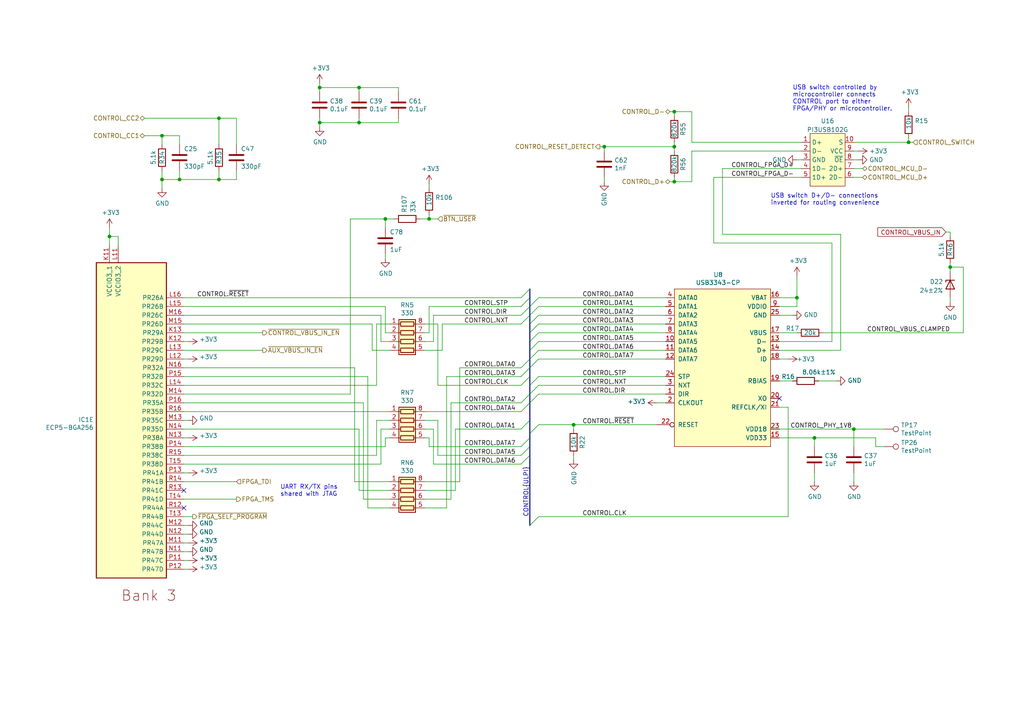
<source format=kicad_sch>
(kicad_sch (version 20211123) (generator eeschema)
  (paper "A4")
  (title_block (title "Cynthion") (date "${DATE}") (rev "${VERSION}") (company "Copyright 2019-2023 Great Scott Gadgets") (comment 1 "Licensed under the CERN-OHL-P v2"))
  (junction (at 52.07 52.07))
  (junction (at 63.5 34.29))
  (junction (at 104.14 25.4))
  (junction (at 124.46 63.5))
  (junction (at 195.58 52.705))
  (junction (at 231.14 86.36))
  (junction (at 111.76 63.5))
  (junction (at 31.75 68.58))
  (junction (at 46.99 52.07))
  (junction (at 166.37 123.19))
  (junction (at 195.58 42.545))
  (junction (at 92.71 25.4))
  (junction (at 104.14 35.56))
  (junction (at 263.525 41.275))
  (junction (at 236.22 127))
  (junction (at 92.71 35.56))
  (junction (at 175.26 42.545))
  (junction (at 247.65 124.46))
  (junction (at 195.58 32.385))
  (junction (at 63.5 52.07))
  (junction (at 46.99 39.37))
  (junction (at 275.59 77.47))
  (no_connect (at 53.34 142.24))
  (no_connect (at 226.06 115.57))
  (no_connect (at 53.34 147.32))
  (bus_entry (at 151.13 111.76) (size 2.54 -2.54))
  (bus_entry (at 156.21 114.3) (size -2.54 2.54))
  (bus_entry (at 156.21 86.36) (size -2.54 2.54))
  (bus_entry (at 151.13 106.68) (size 2.54 -2.54))
  (bus_entry (at 151.13 132.08) (size 2.54 -2.54))
  (bus_entry (at 153.67 152.4) (size 2.54 -2.54))
  (bus_entry (at 153.67 104.14) (size 2.54 -2.54))
  (bus_entry (at 153.67 111.76) (size 2.54 -2.54))
  (bus_entry (at 151.13 109.22) (size 2.54 -2.54))
  (bus_entry (at 153.67 106.68) (size 2.54 -2.54))
  (bus_entry (at 153.67 99.06) (size 2.54 -2.54))
  (bus_entry (at 151.13 91.44) (size 2.54 -2.54))
  (bus_entry (at 151.13 88.9) (size 2.54 -2.54))
  (bus_entry (at 153.67 96.52) (size 2.54 -2.54))
  (bus_entry (at 153.67 101.6) (size 2.54 -2.54))
  (bus_entry (at 153.67 93.98) (size 2.54 -2.54))
  (bus_entry (at 151.13 119.38) (size 2.54 -2.54))
  (bus_entry (at 153.67 83.82) (size -2.54 2.54))
  (bus_entry (at 153.67 125.73) (size 2.54 -2.54))
  (bus_entry (at 151.13 129.54) (size 2.54 -2.54))
  (bus_entry (at 151.13 116.84) (size 2.54 -2.54))
  (bus_entry (at 156.21 111.76) (size -2.54 2.54))
  (bus_entry (at 151.13 134.62) (size 2.54 -2.54))
  (bus_entry (at 151.13 93.98) (size 2.54 -2.54))
  (bus_entry (at 151.13 124.46) (size 2.54 -2.54))
  (bus_entry (at 153.67 91.44) (size 2.54 -2.54))
  (wire (pts (xy 104.14 35.56) (xy 92.71 35.56)))
  (wire (pts (xy 275.59 77.47) (xy 279.4 77.47)))
  (wire (pts (xy 207.01 70.485) (xy 207.01 51.435)))
  (wire (pts (xy 109.22 132.08) (xy 53.34 132.08)))
  (wire (pts (xy 129.54 109.22) (xy 129.54 147.32)))
  (wire (pts (xy 124.46 129.54) (xy 124.46 127)))
  (wire (pts (xy 229.87 110.49) (xy 226.06 110.49)))
  (wire (pts (xy 127 93.98) (xy 123.19 93.98)))
  (bus (pts (xy 153.67 111.76) (xy 153.67 114.3)))
  (wire (pts (xy 101.6 114.3) (xy 53.34 114.3)))
  (wire (pts (xy 111.76 127) (xy 113.03 127)))
  (wire (pts (xy 166.37 123.19) (xy 190.5 123.19)))
  (wire (pts (xy 166.37 132.08) (xy 166.37 133.35)))
  (wire (pts (xy 193.04 91.44) (xy 156.21 91.44)))
  (wire (pts (xy 132.08 124.46) (xy 132.08 142.24)))
  (wire (pts (xy 124.46 63.5) (xy 124.46 62.23)))
  (wire (pts (xy 195.58 32.385) (xy 194.31 32.385)))
  (wire (pts (xy 275.59 67.31) (xy 274.32 67.31)))
  (wire (pts (xy 195.58 33.655) (xy 195.58 32.385)))
  (bus (pts (xy 153.67 116.84) (xy 153.67 121.92)))
  (bus (pts (xy 153.67 93.98) (xy 153.67 96.52)))
  (wire (pts (xy 200.66 52.705) (xy 200.66 43.815)))
  (wire (pts (xy 121.92 63.5) (xy 124.46 63.5)))
  (wire (pts (xy 226.06 124.46) (xy 247.65 124.46)))
  (wire (pts (xy 111.76 129.54) (xy 53.34 129.54)))
  (wire (pts (xy 113.03 101.6) (xy 107.95 101.6)))
  (wire (pts (xy 151.13 116.84) (xy 130.81 116.84)))
  (wire (pts (xy 111.76 88.9) (xy 53.34 88.9)))
  (wire (pts (xy 195.58 51.435) (xy 195.58 52.705)))
  (wire (pts (xy 123.19 101.6) (xy 128.27 101.6)))
  (bus (pts (xy 153.67 132.08) (xy 153.67 152.4)))
  (wire (pts (xy 243.84 101.6) (xy 226.06 101.6)))
  (wire (pts (xy 102.87 139.7) (xy 102.87 106.68)))
  (wire (pts (xy 263.525 31.115) (xy 263.525 32.385)))
  (wire (pts (xy 231.14 86.36) (xy 231.14 80.01)))
  (wire (pts (xy 106.68 147.32) (xy 113.03 147.32)))
  (wire (pts (xy 53.34 104.14) (xy 54.61 104.14)))
  (wire (pts (xy 53.34 165.1) (xy 54.61 165.1)))
  (wire (pts (xy 133.35 106.68) (xy 133.35 139.7)))
  (wire (pts (xy 53.34 160.02) (xy 54.61 160.02)))
  (wire (pts (xy 53.34 121.92) (xy 54.61 121.92)))
  (bus (pts (xy 153.67 83.82) (xy 153.67 86.36)))
  (wire (pts (xy 263.525 41.275) (xy 247.65 41.275)))
  (wire (pts (xy 247.65 46.355) (xy 248.92 46.355)))
  (bus (pts (xy 153.67 129.54) (xy 153.67 132.08)))
  (wire (pts (xy 111.76 129.54) (xy 111.76 127)))
  (wire (pts (xy 193.04 93.98) (xy 156.21 93.98)))
  (wire (pts (xy 151.13 91.44) (xy 125.73 91.44)))
  (wire (pts (xy 92.71 25.4) (xy 104.14 25.4)))
  (wire (pts (xy 195.58 52.705) (xy 200.66 52.705)))
  (wire (pts (xy 130.81 144.78) (xy 123.19 144.78)))
  (wire (pts (xy 68.58 52.07) (xy 63.5 52.07)))
  (bus (pts (xy 153.67 88.9) (xy 153.67 91.44)))
  (wire (pts (xy 53.34 144.78) (xy 68.58 144.78)))
  (wire (pts (xy 92.71 25.4) (xy 92.71 26.67)))
  (wire (pts (xy 31.75 71.12) (xy 31.75 68.58)))
  (wire (pts (xy 195.58 42.545) (xy 175.26 42.545)))
  (wire (pts (xy 275.59 76.2) (xy 275.59 77.47)))
  (wire (pts (xy 46.99 41.91) (xy 46.99 39.37)))
  (bus (pts (xy 153.67 125.73) (xy 153.67 127)))
  (wire (pts (xy 127 111.76) (xy 127 93.98)))
  (wire (pts (xy 110.49 91.44) (xy 53.34 91.44)))
  (wire (pts (xy 104.14 34.29) (xy 104.14 35.56)))
  (wire (pts (xy 109.22 111.76) (xy 53.34 111.76)))
  (wire (pts (xy 231.14 96.52) (xy 226.06 96.52)))
  (wire (pts (xy 231.14 86.36) (xy 231.14 88.9)))
  (wire (pts (xy 151.13 124.46) (xy 132.08 124.46)))
  (wire (pts (xy 247.65 129.54) (xy 247.65 124.46)))
  (wire (pts (xy 68.58 139.7) (xy 53.34 139.7)))
  (wire (pts (xy 226.06 118.11) (xy 228.6 118.11)))
  (wire (pts (xy 53.34 86.36) (xy 151.13 86.36)))
  (wire (pts (xy 209.55 48.895) (xy 209.55 67.945)))
  (wire (pts (xy 128.27 93.98) (xy 151.13 93.98)))
  (wire (pts (xy 52.07 49.53) (xy 52.07 52.07)))
  (wire (pts (xy 68.58 41.91) (xy 68.58 34.29)))
  (wire (pts (xy 31.75 68.58) (xy 34.29 68.58)))
  (wire (pts (xy 123.19 96.52) (xy 124.46 96.52)))
  (wire (pts (xy 175.26 42.545) (xy 173.99 42.545)))
  (wire (pts (xy 92.71 34.29) (xy 92.71 35.56)))
  (bus (pts (xy 153.67 86.36) (xy 153.67 88.9)))
  (bus (pts (xy 153.67 121.92) (xy 153.67 125.73)))
  (wire (pts (xy 151.13 111.76) (xy 127 111.76)))
  (wire (pts (xy 130.81 116.84) (xy 130.81 144.78)))
  (wire (pts (xy 193.04 86.36) (xy 156.21 86.36)))
  (wire (pts (xy 193.04 101.6) (xy 156.21 101.6)))
  (wire (pts (xy 232.41 43.815) (xy 200.66 43.815)))
  (wire (pts (xy 124.46 88.9) (xy 124.46 96.52)))
  (wire (pts (xy 241.3 99.06) (xy 241.3 70.485)))
  (wire (pts (xy 193.04 88.9) (xy 156.21 88.9)))
  (wire (pts (xy 53.34 137.16) (xy 54.61 137.16)))
  (wire (pts (xy 166.37 123.19) (xy 156.21 123.19)))
  (wire (pts (xy 151.13 132.08) (xy 127 132.08)))
  (wire (pts (xy 113.03 96.52) (xy 111.76 96.52)))
  (wire (pts (xy 200.66 32.385) (xy 195.58 32.385)))
  (wire (pts (xy 102.87 139.7) (xy 113.03 139.7)))
  (wire (pts (xy 228.6 149.86) (xy 228.6 118.11)))
  (wire (pts (xy 175.26 42.545) (xy 175.26 43.815)))
  (wire (pts (xy 209.55 67.945) (xy 243.84 67.945)))
  (wire (pts (xy 115.57 34.29) (xy 115.57 35.56)))
  (wire (pts (xy 115.57 35.56) (xy 104.14 35.56)))
  (wire (pts (xy 226.06 127) (xy 236.22 127)))
  (wire (pts (xy 123.19 124.46) (xy 125.73 124.46)))
  (wire (pts (xy 151.13 106.68) (xy 133.35 106.68)))
  (bus (pts (xy 153.67 104.14) (xy 153.67 106.68)))
  (wire (pts (xy 109.22 121.92) (xy 113.03 121.92)))
  (bus (pts (xy 153.67 127) (xy 153.67 129.54)))
  (bus (pts (xy 153.67 114.3) (xy 153.67 116.84)))
  (wire (pts (xy 247.65 139.7) (xy 247.65 137.16)))
  (wire (pts (xy 193.04 104.14) (xy 156.21 104.14)))
  (wire (pts (xy 46.99 39.37) (xy 41.91 39.37)))
  (wire (pts (xy 46.99 52.07) (xy 46.99 54.61)))
  (wire (pts (xy 247.65 124.46) (xy 256.54 124.46)))
  (wire (pts (xy 226.06 91.44) (xy 229.87 91.44)))
  (wire (pts (xy 151.13 119.38) (xy 123.19 119.38)))
  (wire (pts (xy 200.66 41.275) (xy 232.41 41.275)))
  (wire (pts (xy 53.34 157.48) (xy 54.61 157.48)))
  (wire (pts (xy 110.49 124.46) (xy 110.49 134.62)))
  (wire (pts (xy 31.75 66.04) (xy 31.75 68.58)))
  (wire (pts (xy 128.27 101.6) (xy 128.27 93.98)))
  (wire (pts (xy 55.88 149.86) (xy 53.34 149.86)))
  (wire (pts (xy 209.55 48.895) (xy 232.41 48.895)))
  (wire (pts (xy 124.46 63.5) (xy 127 63.5)))
  (wire (pts (xy 111.76 66.04) (xy 111.76 63.5)))
  (wire (pts (xy 200.66 41.275) (xy 200.66 32.385)))
  (wire (pts (xy 236.22 127) (xy 236.22 129.54)))
  (wire (pts (xy 228.6 104.14) (xy 226.06 104.14)))
  (wire (pts (xy 105.41 116.84) (xy 53.34 116.84)))
  (wire (pts (xy 124.46 53.34) (xy 124.46 54.61)))
  (wire (pts (xy 194.31 52.705) (xy 195.58 52.705)))
  (wire (pts (xy 231.14 46.355) (xy 232.41 46.355)))
  (wire (pts (xy 226.06 86.36) (xy 231.14 86.36)))
  (wire (pts (xy 113.03 142.24) (xy 104.14 142.24)))
  (wire (pts (xy 104.14 142.24) (xy 104.14 124.46)))
  (wire (pts (xy 105.41 144.78) (xy 105.41 116.84)))
  (wire (pts (xy 92.71 35.56) (xy 92.71 36.83)))
  (wire (pts (xy 53.34 127) (xy 54.61 127)))
  (wire (pts (xy 166.37 123.19) (xy 166.37 124.46)))
  (bus (pts (xy 153.67 109.22) (xy 153.67 111.76)))
  (wire (pts (xy 125.73 91.44) (xy 125.73 99.06)))
  (wire (pts (xy 195.58 41.275) (xy 195.58 42.545)))
  (bus (pts (xy 153.67 106.68) (xy 153.67 109.22)))
  (wire (pts (xy 92.71 24.13) (xy 92.71 25.4)))
  (wire (pts (xy 247.65 51.435) (xy 250.19 51.435)))
  (wire (pts (xy 53.34 162.56) (xy 54.61 162.56)))
  (wire (pts (xy 115.57 25.4) (xy 115.57 26.67)))
  (wire (pts (xy 107.95 93.98) (xy 53.34 93.98)))
  (wire (pts (xy 275.59 68.58) (xy 275.59 67.31)))
  (wire (pts (xy 53.34 154.94) (xy 54.61 154.94)))
  (bus (pts (xy 153.67 101.6) (xy 153.67 104.14)))
  (wire (pts (xy 52.07 41.91) (xy 52.07 39.37)))
  (wire (pts (xy 110.49 99.06) (xy 110.49 91.44)))
  (wire (pts (xy 53.34 152.4) (xy 54.61 152.4)))
  (wire (pts (xy 123.19 142.24) (xy 132.08 142.24)))
  (wire (pts (xy 279.4 77.47) (xy 279.4 96.52)))
  (wire (pts (xy 275.59 77.47) (xy 275.59 78.74)))
  (wire (pts (xy 123.19 99.06) (xy 125.73 99.06)))
  (wire (pts (xy 195.58 42.545) (xy 195.58 43.815)))
  (wire (pts (xy 231.14 88.9) (xy 226.06 88.9)))
  (wire (pts (xy 124.46 127) (xy 123.19 127)))
  (wire (pts (xy 104.14 124.46) (xy 53.34 124.46)))
  (wire (pts (xy 110.49 134.62) (xy 53.34 134.62)))
  (wire (pts (xy 46.99 49.53) (xy 46.99 52.07)))
  (wire (pts (xy 193.04 96.52) (xy 156.21 96.52)))
  (wire (pts (xy 151.13 134.62) (xy 125.73 134.62)))
  (wire (pts (xy 156.21 149.86) (xy 228.6 149.86)))
  (wire (pts (xy 207.01 51.435) (xy 232.41 51.435)))
  (wire (pts (xy 113.03 99.06) (xy 110.49 99.06)))
  (bus (pts (xy 153.67 96.52) (xy 153.67 99.06)))
  (wire (pts (xy 123.19 121.92) (xy 127 121.92)))
  (wire (pts (xy 254 127) (xy 236.22 127)))
  (wire (pts (xy 113.03 119.38) (xy 53.34 119.38)))
  (wire (pts (xy 52.07 52.07) (xy 63.5 52.07)))
  (wire (pts (xy 156.21 111.76) (xy 193.04 111.76)))
  (wire (pts (xy 34.29 68.58) (xy 34.29 71.12)))
  (wire (pts (xy 53.34 99.06) (xy 54.61 99.06)))
  (wire (pts (xy 156.21 109.22) (xy 193.04 109.22)))
  (wire (pts (xy 46.99 52.07) (xy 52.07 52.07)))
  (wire (pts (xy 193.04 99.06) (xy 156.21 99.06)))
  (wire (pts (xy 151.13 109.22) (xy 129.54 109.22)))
  (bus (pts (xy 153.67 99.06) (xy 153.67 101.6)))
  (wire (pts (xy 193.04 116.84) (xy 190.5 116.84)))
  (wire (pts (xy 111.76 74.93) (xy 111.76 73.66)))
  (wire (pts (xy 68.58 34.29) (xy 63.5 34.29)))
  (wire (pts (xy 53.34 96.52) (xy 76.2 96.52)))
  (wire (pts (xy 107.95 101.6) (xy 107.95 93.98)))
  (wire (pts (xy 101.6 114.3) (xy 101.6 63.5)))
  (wire (pts (xy 279.4 96.52) (xy 238.76 96.52)))
  (wire (pts (xy 125.73 134.62) (xy 125.73 124.46)))
  (wire (pts (xy 248.92 43.815) (xy 247.65 43.815)))
  (wire (pts (xy 175.26 51.435) (xy 175.26 52.705)))
  (wire (pts (xy 104.14 25.4) (xy 115.57 25.4)))
  (wire (pts (xy 68.58 49.53) (xy 68.58 52.07)))
  (wire (pts (xy 111.76 96.52) (xy 111.76 88.9)))
  (wire (pts (xy 46.99 39.37) (xy 52.07 39.37)))
  (wire (pts (xy 109.22 93.98) (xy 109.22 111.76)))
  (wire (pts (xy 275.59 86.36) (xy 275.59 87.63)))
  (bus (pts (xy 153.67 91.44) (xy 153.67 93.98)))
  (wire (pts (xy 263.525 41.275) (xy 264.795 41.275)))
  (wire (pts (xy 63.5 52.07) (xy 63.5 49.53)))
  (wire (pts (xy 105.41 144.78) (xy 113.03 144.78)))
  (wire (pts (xy 109.22 93.98) (xy 113.03 93.98)))
  (wire (pts (xy 106.68 147.32) (xy 106.68 109.22)))
  (wire (pts (xy 226.06 99.06) (xy 241.3 99.06)))
  (wire (pts (xy 263.525 40.005) (xy 263.525 41.275)))
  (wire (pts (xy 256.54 129.54) (xy 254 129.54)))
  (wire (pts (xy 151.13 88.9) (xy 124.46 88.9)))
  (wire (pts (xy 236.22 139.7) (xy 236.22 137.16)))
  (wire (pts (xy 109.22 121.92) (xy 109.22 132.08)))
  (wire (pts (xy 156.21 114.3) (xy 193.04 114.3)))
  (wire (pts (xy 106.68 109.22) (xy 53.34 109.22)))
  (wire (pts (xy 241.3 70.485) (xy 207.01 70.485)))
  (wire (pts (xy 63.5 41.91) (xy 63.5 34.29)))
  (wire (pts (xy 127 132.08) (xy 127 121.92)))
  (wire (pts (xy 242.57 110.49) (xy 237.49 110.49)))
  (wire (pts (xy 243.84 67.945) (xy 243.84 101.6)))
  (wire (pts (xy 151.13 129.54) (xy 124.46 129.54)))
  (wire (pts (xy 110.49 124.46) (xy 113.03 124.46)))
  (wire (pts (xy 123.19 139.7) (xy 133.35 139.7)))
  (wire (pts (xy 254 129.54) (xy 254 127)))
  (wire (pts (xy 102.87 106.68) (xy 53.34 106.68)))
  (wire (pts (xy 250.19 48.895) (xy 247.65 48.895)))
  (wire (pts (xy 129.54 147.32) (xy 123.19 147.32)))
  (wire (pts (xy 104.14 25.4) (xy 104.14 26.67)))
  (wire (pts (xy 76.2 101.6) (xy 53.34 101.6)))
  (wire (pts (xy 114.3 63.5) (xy 111.76 63.5)))
  (wire (pts (xy 101.6 63.5) (xy 111.76 63.5)))
  (wire (pts (xy 41.91 34.29) (xy 63.5 34.29)))
  (text "USB switch controlled by \nmicrocontroller connects\nCONTROL port to either\nFPGA/PHY or microcontroller." (at 229.87 32.385 0) (effects (font (size 1.27 1.27)) (justify left bottom)))
  (text "USB switch D+/D- connections\ninverted for routing convenience" (at 223.52 59.69 0) (effects (font (size 1.27 1.27)) (justify left bottom)))
  (text "UART RX/TX pins\nshared with JTAG" (at 81.28 144.145 0) (effects (font (size 1.27 1.27)) (justify left bottom)))
  (label "CONTROL.CLK" (at 134.62 111.76 0))
  (label "CONTROL.DATA0" (at 134.62 106.68 0))
  (label "CONTROL_VBUS_CLAMPED" (at 251.46 96.52 0))
  (label "CONTROL.DATA5" (at 168.91 99.06 0))
  (label "CONTROL.STP" (at 168.91 109.22 0))
  (label "CONTROL.DATA2" (at 168.91 91.44 0))
  (label "CONTROL.DIR" (at 168.91 114.3 0))
  (label "CONTROL.DATA4" (at 134.62 119.38 0))
  (label "CONTROL.DATA3" (at 168.91 93.98 0))
  (label "CONTROL_PHY_1V8" (at 229.235 124.46 0))
  (label "CONTROL.CLK" (at 168.91 149.86 0))
  (label "CONTROL.DATA4" (at 168.91 96.52 0))
  (label "CONTROL.DATA7" (at 134.62 129.54 0))
  (label "CONTROL.DATA2" (at 134.62 116.84 0))
  (label "CONTROL.DIR" (at 134.62 91.44 0))
  (label "CONTROL.DATA1" (at 134.62 124.46 0))
  (label "CONTROL_FPGA_D+" (at 212.09 48.895 0))
  (label "CONTROL.DATA1" (at 168.91 88.9 0))
  (label "CONTROL.STP" (at 134.62 88.9 0))
  (label "CONTROL.DATA6" (at 134.62 134.62 0))
  (label "CONTROL{ULPI}" (at 153.67 149.86 90))
  (label "CONTROL.DATA0" (at 168.91 86.36 0))
  (label "CONTROL.DATA5" (at 134.62 132.08 0))
  (label "CONTROL.NXT" (at 168.91 111.76 0))
  (label "CONTROL.DATA6" (at 168.91 101.6 0))
  (label "CONTROL_FPGA_D-" (at 212.09 51.435 0))
  (label "CONTROL.~{RESET}" (at 168.91 123.19 0))
  (label "CONTROL.NXT" (at 134.62 93.98 0))
  (label "CONTROL.~{RESET}" (at 57.15 86.36 0))
  (label "CONTROL.DATA7" (at 168.91 104.14 0))
  (label "CONTROL.DATA3" (at 134.62 109.22 0))
  (global_label "CONTROL_VBUS_IN" (shape input) (at 274.32 67.31 180) (property "Intersheet References" "${INTERSHEET_REFS}" (effects hide)))
  (hierarchical_label "CONTROL_CC1" (shape bidirectional) (at 41.91 39.37 180))
  (hierarchical_label "~{AUX_VBUS_IN_EN}" (shape output) (at 76.2 101.6 0))
  (hierarchical_label "CONTROL_MCU_D+" (shape bidirectional) (at 250.19 51.435 0))
  (hierarchical_label "FPGA_TDI" (shape input) (at 68.58 139.7 0))
  (hierarchical_label "CONTROL_CC2" (shape bidirectional) (at 41.91 34.29 180))
  (hierarchical_label "CONTROL_MCU_D-" (shape bidirectional) (at 250.19 48.895 0))
  (hierarchical_label "CONTROL_RESET_DETECT" (shape output) (at 173.99 42.545 180))
  (hierarchical_label "~{BTN_USER}" (shape input) (at 127 63.5 0))
  (hierarchical_label "CONTROL_SWITCH" (shape input) (at 264.795 41.275 0))
  (hierarchical_label "~{CONTROL_VBUS_IN_EN}" (shape output) (at 76.2 96.52 0))
  (hierarchical_label "~{FPGA_SELF_PROGRAM}" (shape output) (at 55.88 149.86 0))
  (hierarchical_label "FPGA_TMS" (shape output) (at 68.58 144.78 0))
  (hierarchical_label "CONTROL_D+" (shape bidirectional) (at 194.31 52.705 180))
  (hierarchical_label "CONTROL_D-" (shape bidirectional) (at 194.31 32.385 180))
  (symbol (lib_id "usb:USB3343") (at 193.04 83.82 0) (unit 1)
    (property "Reference" "U8" (at 208.28 79.6798 0))
    (property "Value" "USB3343-CP" (at 208.28 81.9658 0))
    (property "Footprint" "Package_DFN_QFN:VQFN-24-1EP_4x4mm_P0.5mm_EP2.45x2.45mm" (effects hide))
    (property "Datasheet" "http://ww1.microchip.com/downloads/en/DeviceDoc/334x.pdf" (effects hide))
    (property "Description" "IC TRANSCEIVER 1/1 24QFN" (effects hide))
    (property "Manufacturer" "Microchip" (effects hide))
    (property "Part Number" "USB3343-CP" (effects hide))
  )
  (symbol (lib_id "power:+3V3") (at 31.75 66.04 0) (unit 1)
    (property "Reference" "#PWR057" (effects hide))
    (property "Value" "+3V3" (at 32.1056 61.6458 0))
  )
  (symbol (lib_id "power:+3V3") (at 190.5 116.84 90) (unit 1)
    (property "Reference" "#PWR058" (effects hide))
    (property "Value" "+3V3" (at 187.2488 116.459 90) (effects (justify left)))
  )
  (symbol (lib_id "Device:C") (at 236.22 133.35 0) (unit 1)
    (property "Reference" "C36" (at 239.141 132.207 0) (effects (justify left)))
    (property "Value" "1uF" (at 239.141 134.493 0) (effects (justify left)))
    (property "Footprint" "Capacitor_SMD:C_0402_1005Metric" (effects hide))
    (property "Part Number" "CL05A105MQ5NNNC" (effects hide))
    (property "Substitution" "CL05A105KQ5NNNC, CL05A105KP5NNNC, CL05A105KO5NNNC" (effects hide))
    (property "Description" "CAP CER 1UF 6.3V X5R 0402 20%" (effects hide))
    (property "Manufacturer" "Samsung" (effects hide))
  )
  (symbol (lib_id "power:GND") (at 236.22 139.7 0) (unit 1)
    (property "Reference" "#PWR062" (effects hide))
    (property "Value" "GND" (at 236.3216 144.0688 0))
  )
  (symbol (lib_id "Device:C") (at 247.65 133.35 0) (unit 1)
    (property "Reference" "C37" (at 250.571 132.207 0) (effects (justify left)))
    (property "Value" "1uF" (at 250.571 134.493 0) (effects (justify left)))
    (property "Footprint" "Capacitor_SMD:C_0402_1005Metric" (effects hide))
    (property "Part Number" "CL05A105MQ5NNNC" (effects hide))
    (property "Substitution" "CL05A105KQ5NNNC, CL05A105KP5NNNC, CL05A105KO5NNNC" (effects hide))
    (property "Description" "CAP CER 1UF 6.3V X5R 0402 20%" (effects hide))
    (property "Manufacturer" "Samsung" (effects hide))
  )
  (symbol (lib_id "power:GND") (at 247.65 139.7 0) (unit 1)
    (property "Reference" "#PWR064" (effects hide))
    (property "Value" "GND" (at 247.7516 144.0688 0))
  )
  (symbol (lib_id "power:GND") (at 229.87 91.44 90) (unit 1)
    (property "Reference" "#PWR059" (effects hide))
    (property "Value" "GND" (at 233.1212 91.313 90) (effects (justify right)))
  )
  (symbol (lib_id "power:+3V3") (at 231.14 80.01 0) (unit 1)
    (property "Reference" "#PWR061" (effects hide))
    (property "Value" "+3V3" (at 231.4956 75.6158 0))
  )
  (symbol (lib_id "Device:R") (at 233.68 110.49 270) (unit 1)
    (property "Reference" "R16" (at 228.6 109.22 90))
    (property "Value" "8.06k±1%" (at 237.49 107.95 90))
    (property "Footprint" "Resistor_SMD:R_0402_1005Metric" (effects hide))
    (property "Description" "RES SMD 8.06K OHM 1% 1/10W 0402" (effects hide))
    (property "Manufacturer" "Panasonic" (effects hide))
    (property "Part Number" "ERJ-2RKF8061X" (effects hide))
    (property "Substitution" "any equivalent" (effects hide))
  )
  (symbol (lib_id "power:GND") (at 242.57 110.49 90) (unit 1)
    (property "Reference" "#PWR063" (effects hide))
    (property "Value" "GND" (at 245.8212 110.363 90) (effects (justify right)))
  )
  (symbol (lib_id "Device:R") (at 234.95 96.52 270) (unit 1)
    (property "Reference" "R17" (at 229.87 95.25 90))
    (property "Value" "20k" (at 234.95 96.52 90))
    (property "Footprint" "Resistor_SMD:R_0402_1005Metric" (effects hide))
    (property "Description" "RES SMD 20K OHM 5% 1/16W 0402" (effects hide))
    (property "Manufacturer" "Yageo" (effects hide))
    (property "Part Number" "RC0402JR-0720KL" (effects hide))
    (property "Substitution" "any equivalent" (effects hide))
  )
  (symbol (lib_id "Device:C") (at 92.71 30.48 0) (unit 1)
    (property "Reference" "C38" (at 95.631 29.337 0) (effects (justify left)))
    (property "Value" "0.1uF" (at 95.631 31.623 0) (effects (justify left)))
    (property "Footprint" "Capacitor_SMD:C_0402_1005Metric" (effects hide))
    (property "Part Number" "CL05A104KA5NNNC" (effects hide))
    (property "Substitution" "any equivalent" (effects hide))
    (property "Description" "CAP CER 0.1UF 25V X5R 0402" (effects hide))
    (property "Manufacturer" "Samsung" (effects hide))
  )
  (symbol (lib_id "Device:C") (at 104.14 30.48 0) (unit 1)
    (property "Reference" "C39" (at 107.061 29.337 0) (effects (justify left)))
    (property "Value" "0.1uF" (at 107.061 31.623 0) (effects (justify left)))
    (property "Footprint" "Capacitor_SMD:C_0402_1005Metric" (effects hide))
    (property "Part Number" "CL05A104KA5NNNC" (effects hide))
    (property "Substitution" "any equivalent" (effects hide))
    (property "Description" "CAP CER 0.1UF 25V X5R 0402" (effects hide))
    (property "Manufacturer" "Samsung" (effects hide))
  )
  (symbol (lib_id "power:+3V3") (at 92.71 24.13 0) (unit 1)
    (property "Reference" "#PWR067" (effects hide))
    (property "Value" "+3V3" (at 93.0656 19.7358 0))
  )
  (symbol (lib_id "power:GND") (at 92.71 36.83 0) (unit 1)
    (property "Reference" "#PWR066" (effects hide))
    (property "Value" "GND" (at 92.8116 41.1988 0))
  )
  (symbol (lib_id "Device:R") (at 166.37 128.27 0) (unit 1)
    (property "Reference" "R22" (at 168.91 128.27 90))
    (property "Value" "10k" (at 166.37 128.27 90))
    (property "Footprint" "Resistor_SMD:R_0402_1005Metric" (effects hide))
    (property "Part Number" "RC0402JR-0710KL" (effects hide))
    (property "Substitution" "any equivalent" (effects hide))
    (property "Description" "RES 10K OHM 5% 1/16W 0402" (effects hide))
    (property "Manufacturer" "Yageo" (effects hide))
  )
  (symbol (lib_id "power:GND") (at 166.37 133.35 0) (unit 1)
    (property "Reference" "#PWR0101" (effects hide))
    (property "Value" "GND" (at 166.497 136.6012 90) (effects (justify right)))
  )
  (symbol (lib_id "power:GND") (at 46.99 54.61 0) (unit 1)
    (property "Reference" "#PWR010" (effects hide))
    (property "Value" "GND" (at 47.0916 58.9788 0))
  )
  (symbol (lib_id "Device:C") (at 68.58 45.72 0) (unit 1)
    (property "Reference" "C47" (at 69.85 43.18 0) (effects (justify left)))
    (property "Value" "330pF" (at 69.85 48.26 0) (effects (justify left)))
    (property "Footprint" "Capacitor_SMD:C_0402_1005Metric" (effects hide))
    (property "Part Number" "CL05C331JB5NNNC" (effects hide))
    (property "Substitution" "any equivalent" (effects hide))
    (property "Description" "CAP CER 330PF 50V C0G/NP0 0402" (effects hide))
    (property "Manufacturer" "Samsung" (effects hide))
  )
  (symbol (lib_id "Device:C") (at 52.07 45.72 0) (unit 1)
    (property "Reference" "C25" (at 53.34 43.18 0) (effects (justify left)))
    (property "Value" "330pF" (at 53.34 48.26 0) (effects (justify left)))
    (property "Footprint" "Capacitor_SMD:C_0402_1005Metric" (effects hide))
    (property "Part Number" "CL05C331JB5NNNC" (effects hide))
    (property "Substitution" "any equivalent" (effects hide))
    (property "Description" "CAP CER 330PF 50V C0G/NP0 0402" (effects hide))
    (property "Manufacturer" "Samsung" (effects hide))
  )
  (symbol (lib_id "power:+3V3") (at 228.6 104.14 270) (unit 1)
    (property "Reference" "#PWR0126" (effects hide))
    (property "Value" "+3V3" (at 233.68 104.14 90))
  )
  (symbol (lib_id "Device:R") (at 46.99 45.72 0) (mirror x) (unit 1)
    (property "Reference" "R34" (at 46.99 45.72 90))
    (property "Value" "5.1k" (at 44.45 45.72 90))
    (property "Footprint" "Resistor_SMD:R_0402_1005Metric" (effects hide))
    (property "Part Number" "RC0402JR-075K1L" (effects hide))
    (property "Substitution" "any equivalent" (effects hide))
    (property "Description" "RES 5.1K OHM 5% 1/16W 0402" (effects hide))
    (property "Manufacturer" "Yageo" (effects hide))
  )
  (symbol (lib_id "Device:R") (at 63.5 45.72 0) (mirror x) (unit 1)
    (property "Reference" "R35" (at 63.5 45.72 90))
    (property "Value" "5.1k" (at 60.96 45.72 90))
    (property "Footprint" "Resistor_SMD:R_0402_1005Metric" (effects hide))
    (property "Part Number" "RC0402JR-075K1L" (effects hide))
    (property "Substitution" "any equivalent" (effects hide))
    (property "Description" "RES 5.1K OHM 5% 1/16W 0402" (effects hide))
    (property "Manufacturer" "Yageo" (effects hide))
  )
  (symbol (lib_id "Connector:TestPoint") (at 256.54 124.46 270) (unit 1) (in_bom no)
    (property "Reference" "TP17" (at 261.2898 123.317 90) (effects (justify left)))
    (property "Value" "TestPoint" (at 261.2898 125.603 90) (effects (justify left)))
    (property "Footprint" "TestPoint:TestPoint_Pad_D1.0mm" (effects hide))
  )
  (symbol (lib_id "fpgas_and_processors:ECP5-BGA256") (at 27.94 76.2 0) (unit 5)
    (property "Reference" "IC1" (at 27.178 121.7168 0) (effects (justify right)))
    (property "Value" "ECP5-BGA256" (at 27.178 124.0028 0) (effects (justify right)))
    (property "Footprint" "cynthion:lattice_cabga256" (effects hide))
    (property "Description" "FPGA - Field Programmable Gate Array ECP5; 12k LUTs; 1.1V" (effects hide))
    (property "Manufacturer" "Lattice" (effects hide))
    (property "Part Number" "LFE5U-12F-6BG256C" (effects hide))
    (property "Substitution" "LFE5U-12F-*BG256*, LFE5U-25F-*BG256*" (effects hide))
  )
  (symbol (lib_id "power:+3V3") (at 263.525 31.115 0) (unit 1)
    (property "Reference" "#PWR0149" (effects hide))
    (property "Value" "+3V3" (at 263.8806 26.7208 0))
  )
  (symbol (lib_id "power:GND") (at 175.26 52.705 0) (unit 1)
    (property "Reference" "#PWR0150" (effects hide))
    (property "Value" "GND" (at 175.26 57.785 90))
  )
  (symbol (lib_id "Device:C") (at 175.26 47.625 0) (unit 1)
    (property "Reference" "C62" (at 178.181 46.482 0) (effects (justify left)))
    (property "Value" "1nF" (at 178.181 48.768 0) (effects (justify left)))
    (property "Footprint" "Capacitor_SMD:C_0402_1005Metric" (effects hide))
    (property "Part Number" "CL05B102KB5NNNC" (effects hide))
    (property "Substitution" "any equivalent" (effects hide))
    (property "Description" "CAP CER 1000PF 50V X7R 0402" (effects hide))
    (property "Manufacturer" "Samsung" (effects hide))
  )
  (symbol (lib_id "power:+3V3") (at 54.61 137.16 270) (unit 1)
    (property "Reference" "#PWR0188" (effects hide))
    (property "Value" "+3V3" (at 57.785 136.525 90) (effects (justify left)))
  )
  (symbol (lib_id "power:+3V3") (at 124.46 53.34 0) (unit 1)
    (property "Reference" "#PWR016" (effects hide))
    (property "Value" "+3V3" (at 124.8156 48.9458 0))
  )
  (symbol (lib_id "power:GND") (at 54.61 121.92 90) (unit 1)
    (property "Reference" "#PWR0185" (effects hide))
    (property "Value" "GND" (at 57.785 121.285 90) (effects (justify right)))
  )
  (symbol (lib_id "power:GND") (at 54.61 160.02 90) (unit 1)
    (property "Reference" "#PWR0190" (effects hide))
    (property "Value" "GND" (at 57.785 159.385 90) (effects (justify right)))
  )
  (symbol (lib_id "power:GND") (at 54.61 152.4 90) (unit 1)
    (property "Reference" "#PWR0184" (effects hide))
    (property "Value" "GND" (at 57.785 151.765 90) (effects (justify right)))
  )
  (symbol (lib_id "Connector:TestPoint") (at 256.54 129.54 270) (unit 1) (in_bom no)
    (property "Reference" "TP26" (at 261.2898 128.397 90) (effects (justify left)))
    (property "Value" "TestPoint" (at 261.2898 130.683 90) (effects (justify left)))
    (property "Footprint" "TestPoint:TestPoint_Pad_D1.0mm" (effects hide))
  )
  (symbol (lib_id "power:GND") (at 111.76 74.93 0) (unit 1)
    (property "Reference" "#PWR089" (effects hide))
    (property "Value" "GND" (at 111.887 79.3242 0))
  )
  (symbol (lib_name "TC7USB42MU_1") (lib_id "usb:TC7USB42MU") (at 240.03 46.355 0) (unit 1)
    (property "Reference" "U16" (at 240.03 35.086 0))
    (property "Value" "PI3USB102G" (at 240.03 37.6229 0))
    (property "Footprint" "cynthion:Diodes_10-TQFN_ZL" (effects hide))
    (property "Datasheet" "https://www.diodes.com/assets/Datasheets/PI3USB102G.pdf" (effects hide))
    (property "Manufacturer" "Diodes Inc." (effects hide))
    (property "Part Number" "PI3USB102GZLEX" (effects hide))
    (property "Description" "IC USB 2.0 SWITCH 2:1 10TQFN" (effects hide))
  )
  (symbol (lib_id "Device:R_Pack04") (at 118.11 99.06 270) (unit 1)
    (property "Reference" "RN5" (at 118.11 88.4682 90))
    (property "Value" "330" (at 118.11 90.7796 90))
    (property "Footprint" "Resistor_SMD:R_Array_Convex_4x0402" (effects hide))
    (property "Description" "RES ARRAY 4 RES 330 OHM 0804" (effects hide))
    (property "Manufacturer" "Yageo" (effects hide))
    (property "Part Number" "YC124-JR-07330RL" (effects hide))
    (property "Substitution" "any equivalent" (effects hide))
  )
  (symbol (lib_id "power:+3V3") (at 54.61 127 270) (unit 1)
    (property "Reference" "#PWR0187" (effects hide))
    (property "Value" "+3V3" (at 57.785 126.365 90) (effects (justify left)))
  )
  (symbol (lib_id "Device:R_Pack04") (at 118.11 144.78 270) (unit 1)
    (property "Reference" "RN6" (at 118.11 134.1882 90))
    (property "Value" "330" (at 118.11 136.4996 90))
    (property "Footprint" "Resistor_SMD:R_Array_Convex_4x0402" (effects hide))
    (property "Description" "RES ARRAY 4 RES 330 OHM 0804" (effects hide))
    (property "Manufacturer" "Yageo" (effects hide))
    (property "Part Number" "YC124-JR-07330RL" (effects hide))
    (property "Substitution" "any equivalent" (effects hide))
  )
  (symbol (lib_id "power:+3V3") (at 248.92 43.815 270) (unit 1)
    (property "Reference" "#PWR0146" (effects hide))
    (property "Value" "+3V3" (at 252.095 43.815 90) (effects (justify left)))
  )
  (symbol (lib_id "power:+3V3") (at 54.61 104.14 270) (unit 1)
    (property "Reference" "#PWR0183" (effects hide))
    (property "Value" "+3V3" (at 57.785 103.505 90) (effects (justify left)))
  )
  (symbol (lib_id "Device:C") (at 111.76 69.85 0) (unit 1)
    (property "Reference" "C78" (at 113.03 67.31 0) (effects (justify left)))
    (property "Value" "1uF" (at 113.03 72.39 0) (effects (justify left)))
    (property "Footprint" "Capacitor_SMD:C_0402_1005Metric" (effects hide))
    (property "Part Number" "CL05A105MQ5NNNC" (effects hide))
    (property "Substitution" "CL05A105KQ5NNNC, CL05A105KP5NNNC, CL05A105KO5NNNC" (effects hide))
    (property "Description" "CAP CER 1UF 6.3V X5R 0402 20%" (effects hide))
    (property "Manufacturer" "Samsung" (effects hide))
  )
  (symbol (lib_id "Device:R_Pack04") (at 118.11 124.46 270) (unit 1)
    (property "Reference" "RN7" (at 118.11 113.8682 90))
    (property "Value" "330" (at 118.11 116.1796 90))
    (property "Footprint" "Resistor_SMD:R_Array_Convex_4x0402" (effects hide))
    (property "Description" "RES ARRAY 4 RES 330 OHM 0804" (effects hide))
    (property "Manufacturer" "Yageo" (effects hide))
    (property "Part Number" "YC124-JR-07330RL" (effects hide))
    (property "Substitution" "any equivalent" (effects hide))
  )
  (symbol (lib_id "power:GND") (at 248.92 46.355 90) (unit 1)
    (property "Reference" "#PWR0148" (effects hide))
    (property "Value" "GND" (at 252.095 46.355 90) (effects (justify right)))
  )
  (symbol (lib_id "Device:R") (at 263.525 36.195 0) (unit 1)
    (property "Reference" "R15" (at 265.303 35.052 0) (effects (justify left)))
    (property "Value" "10k" (at 263.525 37.465 90) (effects (justify left)))
    (property "Footprint" "Resistor_SMD:R_0402_1005Metric" (effects hide))
    (property "Part Number" "RC0402JR-0710KL" (effects hide))
    (property "Substitution" "any equivalent" (effects hide))
    (property "Description" "RES 10K OHM 5% 1/16W 0402" (effects hide))
    (property "Manufacturer" "Yageo" (effects hide))
  )
  (symbol (lib_id "Device:R") (at 195.58 47.625 0) (unit 1)
    (property "Reference" "R56" (at 198.12 47.625 90))
    (property "Value" "820k" (at 195.58 47.625 90))
    (property "Footprint" "Resistor_SMD:R_0402_1005Metric" (effects hide))
    (property "Part Number" "RC0402JR-07820KL" (effects hide))
    (property "Substitution" "any equivalent" (effects hide))
    (property "Description" "RES 820K OHM 5% 1/16W 0402" (effects hide))
    (property "Manufacturer" "Yageo" (effects hide))
  )
  (symbol (lib_id "power:+3V3") (at 54.61 157.48 270) (unit 1)
    (property "Reference" "#PWR0182" (effects hide))
    (property "Value" "+3V3" (at 57.785 156.845 90) (effects (justify left)))
  )
  (symbol (lib_id "Device:R") (at 118.11 63.5 90) (unit 1)
    (property "Reference" "R107" (at 117.2753 61.722 0) (effects (justify left)))
    (property "Value" "33k" (at 119.8122 61.722 0) (effects (justify left)))
    (property "Footprint" "Resistor_SMD:R_0402_1005Metric" (effects hide))
    (property "Description" "RES SMD 33K OHM 5% 1/10W 0402" (effects hide))
    (property "Manufacturer" "Panasonic" (effects hide))
    (property "Part Number" "ERJ-2GEJ333X" (effects hide))
    (property "Substitution" "any equivalent" (effects hide))
  )
  (symbol (lib_id "Device:R") (at 275.59 72.39 0) (mirror x) (unit 1)
    (property "Reference" "R46" (at 275.59 72.39 90))
    (property "Value" "5.1k" (at 273.05 72.39 90))
    (property "Footprint" "Resistor_SMD:R_0402_1005Metric" (effects hide))
    (property "Part Number" "RC0402JR-075K1L" (effects hide))
    (property "Substitution" "any equivalent" (effects hide))
    (property "Description" "RES 5.1K OHM 5% 1/16W 0402" (effects hide))
    (property "Manufacturer" "Yageo" (effects hide))
  )
  (symbol (lib_id "power:+3V3") (at 54.61 162.56 270) (unit 1)
    (property "Reference" "#PWR0191" (effects hide))
    (property "Value" "+3V3" (at 57.785 161.925 90) (effects (justify left)))
  )
  (symbol (lib_id "Device:R") (at 124.46 58.42 0) (unit 1)
    (property "Reference" "R106" (at 126.238 57.277 0) (effects (justify left)))
    (property "Value" "10k" (at 124.46 59.69 90) (effects (justify left)))
    (property "Footprint" "Resistor_SMD:R_0402_1005Metric" (effects hide))
    (property "Part Number" "RC0402JR-0710KL" (effects hide))
    (property "Substitution" "any equivalent" (effects hide))
    (property "Description" "RES 10K OHM 5% 1/16W 0402" (effects hide))
    (property "Manufacturer" "Yageo" (effects hide))
  )
  (symbol (lib_id "power:GND") (at 231.14 46.355 270) (unit 1)
    (property "Reference" "#PWR0147" (effects hide))
    (property "Value" "GND" (at 226.06 46.355 90))
  )
  (symbol (lib_id "power:GND") (at 54.61 154.94 90) (unit 1)
    (property "Reference" "#PWR0189" (effects hide))
    (property "Value" "GND" (at 57.785 154.305 90) (effects (justify right)))
  )
  (symbol (lib_id "Device:R") (at 195.58 37.465 0) (unit 1)
    (property "Reference" "R55" (at 198.12 37.465 90))
    (property "Value" "820k" (at 195.58 37.465 90))
    (property "Footprint" "Resistor_SMD:R_0402_1005Metric" (effects hide))
    (property "Part Number" "RC0402JR-07820KL" (effects hide))
    (property "Substitution" "any equivalent" (effects hide))
    (property "Description" "RES 820K OHM 5% 1/16W 0402" (effects hide))
    (property "Manufacturer" "Yageo" (effects hide))
  )
  (symbol (lib_id "Device:D_Zener") (at 275.59 82.55 90) (mirror x) (unit 1)
    (property "Reference" "D22" (at 273.558 81.7153 90) (effects (justify left)))
    (property "Value" "24±2%" (at 273.558 84.2522 90) (effects (justify left)))
    (property "Footprint" "cynthion:DFN1006-2" (effects hide))
    (property "Datasheet" "https://assets.nexperia.com/documents/data-sheet/BZX884_BC_SER.pdf" (effects hide))
    (property "Manufacturer" "Nexperia" (effects hide))
    (property "Part Number" "BZX884-B24,315" (effects hide))
    (property "Description" "DIODE ZENER 24V 250MW DFN1006-2" (effects hide))
  )
  (symbol (lib_id "power:+3V3") (at 54.61 99.06 270) (unit 1)
    (property "Reference" "#PWR0186" (effects hide))
    (property "Value" "+3V3" (at 57.785 98.425 90) (effects (justify left)))
  )
  (symbol (lib_id "power:+3V3") (at 54.61 165.1 270) (unit 1)
    (property "Reference" "#PWR0192" (effects hide))
    (property "Value" "+3V3" (at 57.785 164.465 90) (effects (justify left)))
  )
  (symbol (lib_id "power:GND") (at 275.59 87.63 0) (mirror y) (unit 1)
    (property "Reference" "#PWR0156" (effects hide))
    (property "Value" "GND" (at 275.59 92.0734 0))
  )
  (symbol (lib_id "Device:C") (at 115.57 30.48 0) (unit 1)
    (property "Reference" "C61" (at 118.491 29.337 0) (effects (justify left)))
    (property "Value" "0.1uF" (at 118.491 31.623 0) (effects (justify left)))
    (property "Footprint" "Capacitor_SMD:C_0402_1005Metric" (effects hide))
    (property "Part Number" "CL05A104KA5NNNC" (effects hide))
    (property "Substitution" "any equivalent" (effects hide))
    (property "Description" "CAP CER 0.1UF 25V X5R 0402" (effects hide))
    (property "Manufacturer" "Samsung" (effects hide))
  )
)
</source>
